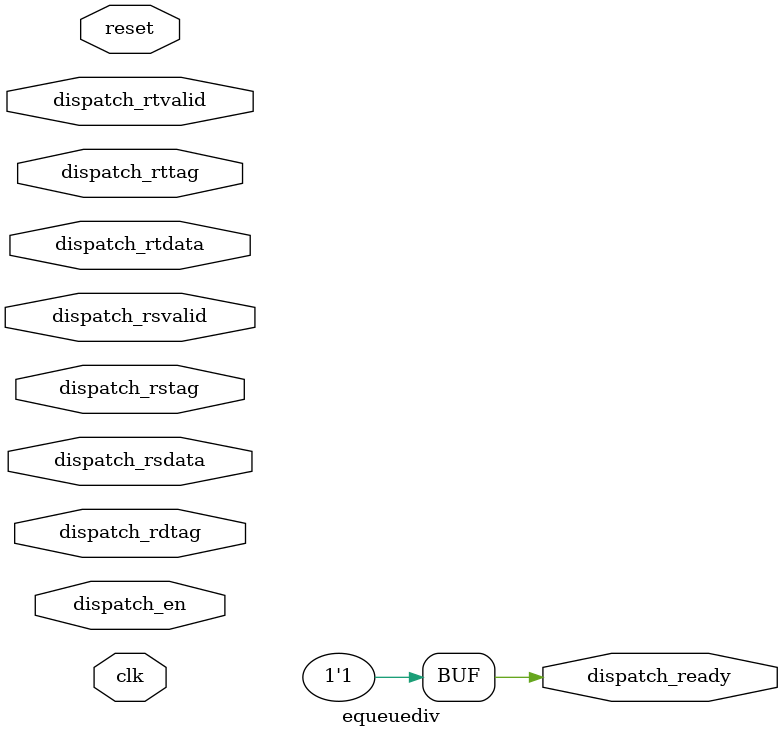
<source format=v>

`ifndef EQUEUEDIV_V
`define EQUEUEDIV_V

module equeuediv (
   input             clk,
   input             reset,

   input      [ 5:0] dispatch_rdtag,
   input      [ 5:0] dispatch_rstag,
   input      [ 5:0] dispatch_rttag,
   input      [31:0] dispatch_rsdata,
   input      [31:0] dispatch_rtdata,
   input             dispatch_rsvalid,
   input             dispatch_rtvalid,
   input             dispatch_en,
   output reg        dispatch_ready
);

   always @(*) begin : equeuediv_oreg_assign
      dispatch_ready = 1'b1;

/*      cdb_data = 
      cdb_tag =
      cdb_valid =
      cdb_branch
      cdb_branch_taken  */
   end

endmodule

`endif 


</source>
